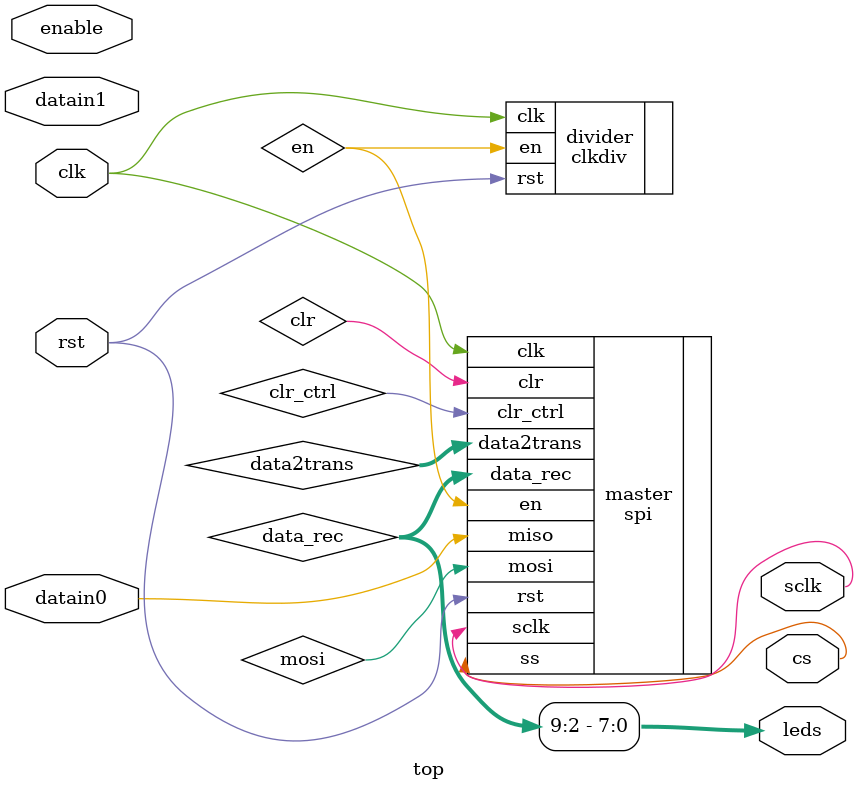
<source format=sv>
`timescale 1ns / 1ps

module top( input clk, rst, output cs, sclk, input enable, output wire [7:0] leds,input datain0, input datain1);
    localparam bits = 16, ndr = 5;
    
    logic clr_ctrl, clr;
    logic [bits-1:0] data2trans;
    wire [bits-1:0] data_rec;
    reg [bits-1:0] sh_reg;
    
    spi #(.bits(bits)) master (.clk(clk), .rst(rst), .en(en), .miso(datain0), .clr_ctrl(clr_ctrl), .data2trans(data2trans),
    .clr(clr), .ss(cs), .sclk(sclk), .mosi(mosi), .data_rec(data_rec));
    
    assign leds=data_rec[9:2];
    
    clkdiv #(.div(20)) divider(.clk(clk), .rst(rst), .en(en));
    
endmodule

</source>
